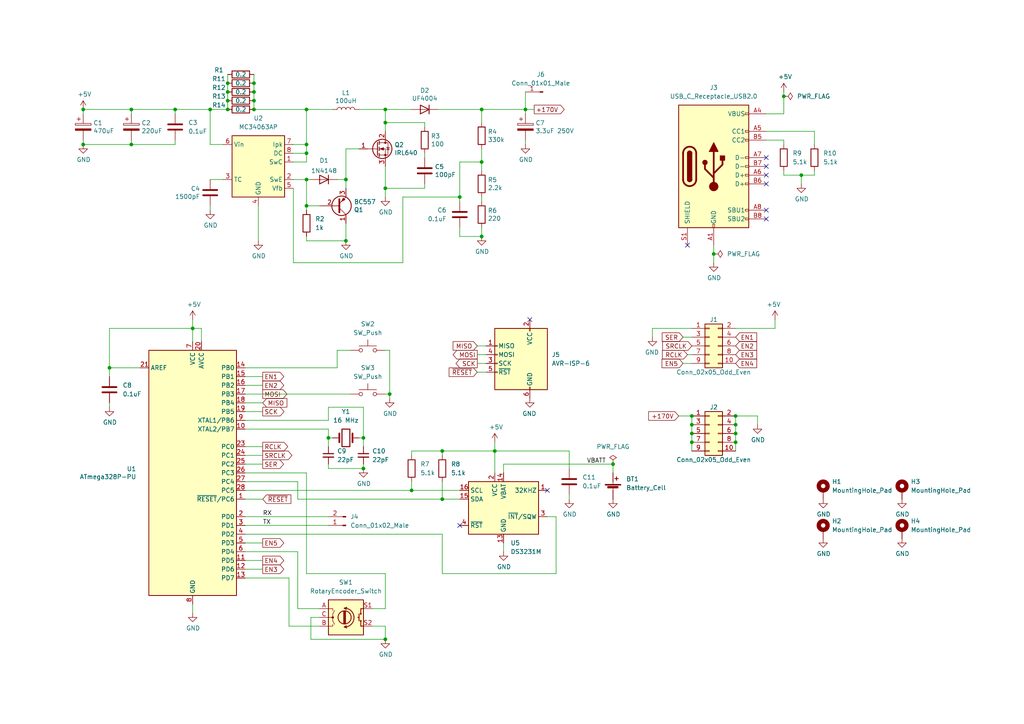
<source format=kicad_sch>
(kicad_sch (version 20211123) (generator eeschema)
  (paper "A4")
  (lib_symbols
    (symbol "Connector:AVR-ISP-6" (pin_names (offset 1.016))
      (property "Reference" "J" (at -6.35 11.43 0))
      (property "Value" "AVR-ISP-6" (at 0 11.43 0))
      (symbol "AVR-ISP-6_1_1"
        (pin passive line (at 10.16 5.08 180) (length 2.54) (name "MISO") (number "1"))
        (pin passive line (at -2.54 12.7 270) (length 2.54) (name "VCC") (number "2"))
        (pin passive line (at 10.16 0 180) (length 2.54) (name "SCK") (number "3"))
        (pin passive line (at 10.16 2.54 180) (length 2.54) (name "MOSI") (number "4"))
        (pin passive line (at 10.16 -2.54 180) (length 2.54) (name "~{RST}") (number "5"))
        (pin passive line (at -2.54 -10.16 90) (length 2.54) (name "GND") (number "6"))
      )
    )
    (symbol "Connector:Conn_01x01_Male" (pin_names (offset 1.016) hide)
      (property "Reference" "J" (at 0 2.54 0))
      (property "Value" "Conn_01x01_Male" (at 0 -2.54 0))
      (symbol "Conn_01x01_Male_1_1"
        (pin passive line (at 5.08 0 180) (length 3.81) (name "Pin_1") (number "1"))
      )
    )
    (symbol "Connector:Conn_01x02_Male" (pin_names (offset 1.016) hide)
      (property "Reference" "J" (at 0 2.54 0))
      (property "Value" "Conn_01x02_Male" (at 0 -5.08 0))
      (symbol "Conn_01x02_Male_1_1"
        (pin passive line (at 5.08 0 180) (length 3.81) (name "Pin_1") (number "1"))
        (pin passive line (at 5.08 -2.54 180) (length 3.81) (name "Pin_2") (number "2"))
      )
    )
    (symbol "Connector:USB_C_Receptacle_USB2.0" (pin_names (offset 1.016))
      (property "Reference" "J" (at -10.16 19.05 0))
      (property "Value" "USB_C_Receptacle_USB2.0" (at 19.05 19.05 0))
      (symbol "USB_C_Receptacle_USB2.0_1_1"
        (pin passive line (at 0 -22.86 90) (length 5.08) (name "GND") (number "A1"))
        (pin passive line (at 0 -22.86 90) (length 5.08) hide (name "GND") (number "A12"))
        (pin passive line (at 15.24 15.24 180) (length 5.08) (name "VBUS") (number "A4"))
        (pin bidirectional line (at 15.24 10.16 180) (length 5.08) (name "CC1") (number "A5"))
        (pin bidirectional line (at 15.24 -2.54 180) (length 5.08) (name "D+") (number "A6"))
        (pin bidirectional line (at 15.24 2.54 180) (length 5.08) (name "D-") (number "A7"))
        (pin bidirectional line (at 15.24 -12.7 180) (length 5.08) (name "SBU1") (number "A8"))
        (pin passive line (at 15.24 15.24 180) (length 5.08) hide (name "VBUS") (number "A9"))
        (pin passive line (at 0 -22.86 90) (length 5.08) hide (name "GND") (number "B1"))
        (pin passive line (at 0 -22.86 90) (length 5.08) hide (name "GND") (number "B12"))
        (pin passive line (at 15.24 15.24 180) (length 5.08) hide (name "VBUS") (number "B4"))
        (pin bidirectional line (at 15.24 7.62 180) (length 5.08) (name "CC2") (number "B5"))
        (pin bidirectional line (at 15.24 -5.08 180) (length 5.08) (name "D+") (number "B6"))
        (pin bidirectional line (at 15.24 0 180) (length 5.08) (name "D-") (number "B7"))
        (pin bidirectional line (at 15.24 -15.24 180) (length 5.08) (name "SBU2") (number "B8"))
        (pin passive line (at 15.24 15.24 180) (length 5.08) hide (name "VBUS") (number "B9"))
        (pin passive line (at -7.62 -22.86 90) (length 5.08) (name "SHIELD") (number "S1"))
      )
    )
    (symbol "Connector_Generic:Conn_02x05_Odd_Even" (pin_names (offset 1.016) hide)
      (property "Reference" "J" (at 1.27 7.62 0))
      (property "Value" "Conn_02x05_Odd_Even" (at 1.27 -7.62 0))
      (symbol "Conn_02x05_Odd_Even_1_1"
        (pin passive line (at -5.08 5.08 0) (length 3.81) (name "Pin_1") (number "1"))
        (pin passive line (at 7.62 -5.08 180) (length 3.81) (name "Pin_10") (number "10"))
        (pin passive line (at 7.62 5.08 180) (length 3.81) (name "Pin_2") (number "2"))
        (pin passive line (at -5.08 2.54 0) (length 3.81) (name "Pin_3") (number "3"))
        (pin passive line (at 7.62 2.54 180) (length 3.81) (name "Pin_4") (number "4"))
        (pin passive line (at -5.08 0 0) (length 3.81) (name "Pin_5") (number "5"))
        (pin passive line (at 7.62 0 180) (length 3.81) (name "Pin_6") (number "6"))
        (pin passive line (at -5.08 -2.54 0) (length 3.81) (name "Pin_7") (number "7"))
        (pin passive line (at 7.62 -2.54 180) (length 3.81) (name "Pin_8") (number "8"))
        (pin passive line (at -5.08 -5.08 0) (length 3.81) (name "Pin_9") (number "9"))
      )
    )
    (symbol "Device:Battery_Cell" (pin_numbers hide) (pin_names (offset 0) hide)
      (property "Reference" "BT" (at 2.54 2.54 0))
      (property "Value" "Battery_Cell" (at 2.54 0 0))
      (symbol "Battery_Cell_1_1"
        (pin passive line (at 0 5.08 270) (length 2.54) (name "+") (number "1"))
        (pin passive line (at 0 -2.54 90) (length 2.54) (name "-") (number "2"))
      )
    )
    (symbol "Device:C" (pin_numbers hide) (pin_names (offset 0.254))
      (property "Reference" "C" (at 0.635 2.54 0))
      (property "Value" "C" (at 0.635 -2.54 0))
      (symbol "C_1_1"
        (pin passive line (at 0 3.81 270) (length 2.794) (name "~") (number "1"))
        (pin passive line (at 0 -3.81 90) (length 2.794) (name "~") (number "2"))
      )
    )
    (symbol "Device:C_Polarized" (pin_numbers hide) (pin_names (offset 0.254))
      (property "Reference" "C" (at 0.635 2.54 0))
      (property "Value" "C_Polarized" (at 0.635 -2.54 0))
      (symbol "C_Polarized_1_1"
        (pin passive line (at 0 3.81 270) (length 2.794) (name "~") (number "1"))
        (pin passive line (at 0 -3.81 90) (length 2.794) (name "~") (number "2"))
      )
    )
    (symbol "Device:C_Small" (pin_numbers hide) (pin_names (offset 0.254) hide)
      (property "Reference" "C" (at 0.254 1.778 0))
      (property "Value" "C_Small" (at 0.254 -2.032 0))
      (symbol "C_Small_1_1"
        (pin passive line (at 0 2.54 270) (length 2.032) (name "~") (number "1"))
        (pin passive line (at 0 -2.54 90) (length 2.032) (name "~") (number "2"))
      )
    )
    (symbol "Device:Crystal" (pin_numbers hide) (pin_names (offset 1.016) hide)
      (property "Reference" "Y" (at 0 3.81 0))
      (property "Value" "Crystal" (at 0 -3.81 0))
      (symbol "Crystal_1_1"
        (pin passive line (at -3.81 0 0) (length 1.27) (name "1") (number "1"))
        (pin passive line (at 3.81 0 180) (length 1.27) (name "2") (number "2"))
      )
    )
    (symbol "Device:L" (pin_numbers hide) (pin_names (offset 1.016) hide)
      (property "Reference" "L" (at -1.27 0 90))
      (property "Value" "L" (at 1.905 0 90))
      (symbol "L_1_1"
        (pin passive line (at 0 3.81 270) (length 1.27) (name "1") (number "1"))
        (pin passive line (at 0 -3.81 90) (length 1.27) (name "2") (number "2"))
      )
    )
    (symbol "Device:R" (pin_numbers hide) (pin_names (offset 0))
      (property "Reference" "R" (at 2.032 0 90))
      (property "Value" "R" (at 0 0 90))
      (symbol "R_1_1"
        (pin passive line (at 0 3.81 270) (length 1.27) (name "~") (number "1"))
        (pin passive line (at 0 -3.81 90) (length 1.27) (name "~") (number "2"))
      )
    )
    (symbol "Device:RotaryEncoder_Switch" (pin_names (offset 0.254) hide)
      (property "Reference" "SW" (at 0 6.604 0))
      (property "Value" "RotaryEncoder_Switch" (at 0 -6.604 0))
      (symbol "RotaryEncoder_Switch_1_1"
        (pin passive line (at -7.62 2.54 0) (length 2.54) (name "A") (number "A"))
        (pin passive line (at -7.62 -2.54 0) (length 2.54) (name "B") (number "B"))
        (pin passive line (at -7.62 0 0) (length 2.54) (name "C") (number "C"))
        (pin passive line (at 7.62 2.54 180) (length 2.54) (name "S1") (number "S1"))
        (pin passive line (at 7.62 -2.54 180) (length 2.54) (name "S2") (number "S2"))
      )
    )
    (symbol "Diode:1N4148" (pin_numbers hide) (pin_names (offset 1.016) hide)
      (property "Reference" "D" (at 0 2.54 0))
      (property "Value" "1N4148" (at 0 -2.54 0))
      (symbol "1N4148_1_1"
        (pin passive line (at -3.81 0 0) (length 2.54) (name "K") (number "1"))
        (pin passive line (at 3.81 0 180) (length 2.54) (name "A") (number "2"))
      )
    )
    (symbol "Diode:UF5404" (pin_numbers hide) (pin_names (offset 1.016) hide)
      (property "Reference" "D" (at 0 2.54 0))
      (property "Value" "UF5404" (at 0 -2.54 0))
      (symbol "UF5404_1_1"
        (pin passive line (at -3.81 0 0) (length 2.54) (name "K") (number "1"))
        (pin passive line (at 3.81 0 180) (length 2.54) (name "A") (number "2"))
      )
    )
    (symbol "MCU_Microchip_ATmega:ATmega328P-P"
      (property "Reference" "U" (at -12.7 36.83 0))
      (property "Value" "ATmega328P-P" (at 2.54 -36.83 0))
      (symbol "ATmega328P-P_1_1"
        (pin bidirectional line (at 15.24 -7.62 180) (length 2.54) (name "~{RESET}/PC6") (number "1"))
        (pin bidirectional line (at 15.24 12.7 180) (length 2.54) (name "XTAL2/PB7") (number "10"))
        (pin bidirectional line (at 15.24 -25.4 180) (length 2.54) (name "PD5") (number "11"))
        (pin bidirectional line (at 15.24 -27.94 180) (length 2.54) (name "PD6") (number "12"))
        (pin bidirectional line (at 15.24 -30.48 180) (length 2.54) (name "PD7") (number "13"))
        (pin bidirectional line (at 15.24 30.48 180) (length 2.54) (name "PB0") (number "14"))
        (pin bidirectional line (at 15.24 27.94 180) (length 2.54) (name "PB1") (number "15"))
        (pin bidirectional line (at 15.24 25.4 180) (length 2.54) (name "PB2") (number "16"))
        (pin bidirectional line (at 15.24 22.86 180) (length 2.54) (name "PB3") (number "17"))
        (pin bidirectional line (at 15.24 20.32 180) (length 2.54) (name "PB4") (number "18"))
        (pin bidirectional line (at 15.24 17.78 180) (length 2.54) (name "PB5") (number "19"))
        (pin bidirectional line (at 15.24 -12.7 180) (length 2.54) (name "PD0") (number "2"))
        (pin power_in line (at 2.54 38.1 270) (length 2.54) (name "AVCC") (number "20"))
        (pin passive line (at -15.24 30.48 0) (length 2.54) (name "AREF") (number "21"))
        (pin passive line (at 0 -38.1 90) (length 2.54) hide (name "GND") (number "22"))
        (pin bidirectional line (at 15.24 7.62 180) (length 2.54) (name "PC0") (number "23"))
        (pin bidirectional line (at 15.24 5.08 180) (length 2.54) (name "PC1") (number "24"))
        (pin bidirectional line (at 15.24 2.54 180) (length 2.54) (name "PC2") (number "25"))
        (pin bidirectional line (at 15.24 0 180) (length 2.54) (name "PC3") (number "26"))
        (pin bidirectional line (at 15.24 -2.54 180) (length 2.54) (name "PC4") (number "27"))
        (pin bidirectional line (at 15.24 -5.08 180) (length 2.54) (name "PC5") (number "28"))
        (pin bidirectional line (at 15.24 -15.24 180) (length 2.54) (name "PD1") (number "3"))
        (pin bidirectional line (at 15.24 -17.78 180) (length 2.54) (name "PD2") (number "4"))
        (pin bidirectional line (at 15.24 -20.32 180) (length 2.54) (name "PD3") (number "5"))
        (pin bidirectional line (at 15.24 -22.86 180) (length 2.54) (name "PD4") (number "6"))
        (pin power_in line (at 0 38.1 270) (length 2.54) (name "VCC") (number "7"))
        (pin power_in line (at 0 -38.1 90) (length 2.54) (name "GND") (number "8"))
        (pin bidirectional line (at 15.24 15.24 180) (length 2.54) (name "XTAL1/PB6") (number "9"))
      )
    )
    (symbol "Mechanical:MountingHole_Pad" (pin_numbers hide) (pin_names (offset 1.016) hide)
      (property "Reference" "H" (at 0 6.35 0))
      (property "Value" "MountingHole_Pad" (at 0 4.445 0))
      (symbol "MountingHole_Pad_1_1"
        (pin input line (at 0 -2.54 90) (length 2.54) (name "1") (number "1"))
      )
    )
    (symbol "Regulator_Switching:MC34063AP"
      (property "Reference" "U" (at -7.62 8.89 0))
      (property "Value" "MC34063AP" (at 0 8.89 0))
      (symbol "MC34063AP_1_1"
        (pin open_collector line (at 10.16 0 180) (length 2.54) (name "SwC") (number "1"))
        (pin open_emitter line (at 10.16 -5.08 180) (length 2.54) (name "SwE") (number "2"))
        (pin passive line (at -10.16 -5.08 0) (length 2.54) (name "TC") (number "3"))
        (pin power_in line (at 0 -12.7 90) (length 2.54) (name "GND") (number "4"))
        (pin input line (at 10.16 -7.62 180) (length 2.54) (name "Vfb") (number "5"))
        (pin power_in line (at -10.16 5.08 0) (length 2.54) (name "Vin") (number "6"))
        (pin input line (at 10.16 5.08 180) (length 2.54) (name "Ipk") (number "7"))
        (pin open_collector line (at 10.16 2.54 180) (length 2.54) (name "DC") (number "8"))
      )
    )
    (symbol "Switch:SW_Push" (pin_numbers hide) (pin_names (offset 1.016) hide)
      (property "Reference" "SW" (at 1.27 2.54 0))
      (property "Value" "SW_Push" (at 0 -1.524 0))
      (symbol "SW_Push_0_1"
        (pin passive line (at -5.08 0 0) (length 2.54) (name "1") (number "1"))
        (pin passive line (at 5.08 0 180) (length 2.54) (name "2") (number "2"))
      )
    )
    (symbol "Timer_RTC:DS3231M"
      (property "Reference" "U" (at -7.62 8.89 0))
      (property "Value" "DS3231M" (at 10.16 8.89 0))
      (symbol "DS3231M_1_1"
        (pin open_collector line (at 12.7 5.08 180) (length 2.54) (name "32KHZ") (number "1"))
        (pin passive line (at 0 -10.16 90) (length 2.54) hide (name "GND") (number "10"))
        (pin passive line (at 0 -10.16 90) (length 2.54) hide (name "GND") (number "11"))
        (pin passive line (at 0 -10.16 90) (length 2.54) hide (name "GND") (number "12"))
        (pin power_in line (at 0 -10.16 90) (length 2.54) (name "GND") (number "13"))
        (pin power_in line (at 0 10.16 270) (length 2.54) (name "VBAT") (number "14"))
        (pin bidirectional line (at -12.7 2.54 0) (length 2.54) (name "SDA") (number "15"))
        (pin input line (at -12.7 5.08 0) (length 2.54) (name "SCL") (number "16"))
        (pin power_in line (at -2.54 10.16 270) (length 2.54) (name "VCC") (number "2"))
        (pin open_collector line (at 12.7 -2.54 180) (length 2.54) (name "~{INT}/SQW") (number "3"))
        (pin bidirectional line (at -12.7 -5.08 0) (length 2.54) (name "~{RST}") (number "4"))
        (pin passive line (at 0 -10.16 90) (length 2.54) hide (name "GND") (number "5"))
        (pin passive line (at 0 -10.16 90) (length 2.54) hide (name "GND") (number "6"))
        (pin passive line (at 0 -10.16 90) (length 2.54) hide (name "GND") (number "7"))
        (pin passive line (at 0 -10.16 90) (length 2.54) hide (name "GND") (number "8"))
        (pin passive line (at 0 -10.16 90) (length 2.54) hide (name "GND") (number "9"))
      )
    )
    (symbol "Transistor_BJT:BC557" (pin_names (offset 0) hide)
      (property "Reference" "Q" (at 5.08 1.905 0))
      (property "Value" "BC557" (at 5.08 0 0))
      (symbol "BC557_1_1"
        (pin passive line (at 2.54 5.08 270) (length 2.54) (name "C") (number "1"))
        (pin input line (at -5.08 0 0) (length 5.715) (name "B") (number "2"))
        (pin passive line (at 2.54 -5.08 90) (length 2.54) (name "E") (number "3"))
      )
    )
    (symbol "Transistor_FET:IRF740" (pin_names hide)
      (property "Reference" "Q" (at 6.35 1.905 0))
      (property "Value" "IRF740" (at 6.35 0 0))
      (symbol "IRF740_1_1"
        (pin input line (at -5.08 0 0) (length 2.54) (name "G") (number "1"))
        (pin passive line (at 2.54 5.08 270) (length 2.54) (name "D") (number "2"))
        (pin passive line (at 2.54 -5.08 90) (length 2.54) (name "S") (number "3"))
      )
    )
    (symbol "power:+5V" (power) (pin_names (offset 0))
      (property "Value" "+5V" (at 0 3.556 0))
      (symbol "+5V_1_1"
        (pin power_in line (at 0 0 90) (length 0) hide (name "+5V") (number "1"))
      )
    )
    (symbol "power:GND" (power) (pin_names (offset 0))
      (property "Value" "GND" (at 0 -3.81 0))
      (symbol "GND_1_1"
        (pin power_in line (at 0 0 270) (length 0) hide (name "GND") (number "1"))
      )
    )
    (symbol "power:PWR_FLAG" (power) (pin_numbers hide) (pin_names (offset 0) hide)
      (property "Value" "PWR_FLAG" (at 0 3.81 0))
      (symbol "PWR_FLAG_0_0"
        (pin power_out line (at 0 0 90) (length 0) (name "pwr") (number "1"))
      )
    )
  )
  (junction (at 200.66 123.19))
  (junction (at 88.9 41.91))
  (junction (at 105.41 135.89))
  (junction (at 31.75 106.68))
  (junction (at 66.04 24.13))
  (junction (at 55.88 95.25))
  (junction (at 133.35 57.15))
  (junction (at 73.66 24.13))
  (junction (at 60.96 31.75))
  (junction (at 213.36 125.73))
  (junction (at 213.36 128.27))
  (junction (at 88.9 44.45))
  (junction (at 105.41 127))
  (junction (at 38.1 41.91))
  (junction (at 73.66 26.67))
  (junction (at 128.27 130.81))
  (junction (at 213.36 120.65))
  (junction (at 73.66 31.75))
  (junction (at 66.04 31.75))
  (junction (at 113.03 114.3))
  (junction (at 111.76 35.56))
  (junction (at 200.66 128.27))
  (junction (at 66.04 26.67))
  (junction (at 139.7 68.58))
  (junction (at 177.8 134.62))
  (junction (at 24.13 31.75))
  (junction (at 88.9 31.75))
  (junction (at 73.66 29.21))
  (junction (at 213.36 123.19))
  (junction (at 88.9 59.69))
  (junction (at 95.25 127))
  (junction (at 24.13 41.91))
  (junction (at 143.51 130.81))
  (junction (at 207.01 73.66))
  (junction (at 200.66 120.65))
  (junction (at 128.27 144.78))
  (junction (at 139.7 46.99))
  (junction (at 100.33 69.85))
  (junction (at 111.76 185.42))
  (junction (at 100.33 52.07))
  (junction (at 50.8 31.75))
  (junction (at 139.7 31.75))
  (junction (at 119.38 142.24))
  (junction (at 66.04 29.21))
  (junction (at 111.76 31.75))
  (junction (at 88.9 52.07))
  (junction (at 111.76 54.61))
  (junction (at 232.41 50.8))
  (junction (at 227.33 27.94))
  (junction (at 38.1 31.75))
  (junction (at 200.66 125.73))
  (junction (at 152.4 31.75))
  (no_connect (at 153.67 92.71))
  (no_connect (at 158.75 142.24))
  (no_connect (at 199.39 71.12))
  (no_connect (at 222.25 53.34))
  (no_connect (at 222.25 50.8))
  (no_connect (at 222.25 60.96))
  (no_connect (at 222.25 48.26))
  (no_connect (at 222.25 45.72))
  (no_connect (at 222.25 63.5))
  (no_connect (at 133.35 152.4))
  (wire (pts (xy 38.1 40.64) (xy 38.1 41.91)))
  (wire (pts (xy 189.23 95.25) (xy 189.23 97.79)))
  (wire (pts (xy 111.76 54.61) (xy 123.19 54.61)))
  (wire (pts (xy 73.66 21.59) (xy 73.66 24.13)))
  (wire (pts (xy 213.36 125.73) (xy 213.36 128.27)))
  (wire (pts (xy 95.25 124.46) (xy 95.25 127)))
  (wire (pts (xy 152.4 40.64) (xy 152.4 41.91)))
  (wire (pts (xy 71.12 114.3) (xy 101.6 114.3)))
  (wire (pts (xy 55.88 95.25) (xy 58.42 95.25)))
  (wire (pts (xy 83.82 181.61) (xy 92.71 181.61)))
  (wire (pts (xy 219.71 120.65) (xy 219.71 123.19)))
  (wire (pts (xy 71.12 165.1) (xy 76.2 165.1)))
  (wire (pts (xy 74.93 59.69) (xy 74.93 69.85)))
  (wire (pts (xy 86.36 176.53) (xy 92.71 176.53)))
  (wire (pts (xy 139.7 57.15) (xy 139.7 58.42)))
  (wire (pts (xy 213.36 95.25) (xy 224.79 95.25)))
  (wire (pts (xy 128.27 154.94) (xy 128.27 166.37)))
  (wire (pts (xy 85.09 76.2) (xy 116.84 76.2)))
  (wire (pts (xy 86.36 144.78) (xy 128.27 144.78)))
  (wire (pts (xy 111.76 166.37) (xy 88.9 166.37)))
  (wire (pts (xy 88.9 137.16) (xy 71.12 137.16)))
  (wire (pts (xy 111.76 31.75) (xy 111.76 35.56)))
  (wire (pts (xy 85.09 54.61) (xy 85.09 76.2)))
  (wire (pts (xy 133.35 66.04) (xy 133.35 68.58)))
  (wire (pts (xy 58.42 95.25) (xy 58.42 99.06)))
  (wire (pts (xy 236.22 38.1) (xy 236.22 41.91)))
  (wire (pts (xy 111.76 101.6) (xy 113.03 101.6)))
  (wire (pts (xy 111.76 48.26) (xy 111.76 54.61)))
  (wire (pts (xy 85.09 52.07) (xy 88.9 52.07)))
  (wire (pts (xy 154.94 31.75) (xy 152.4 31.75)))
  (wire (pts (xy 146.05 137.16) (xy 146.05 134.62)))
  (wire (pts (xy 97.79 52.07) (xy 100.33 52.07)))
  (wire (pts (xy 152.4 26.67) (xy 152.4 31.75)))
  (wire (pts (xy 38.1 41.91) (xy 50.8 41.91)))
  (wire (pts (xy 73.66 29.21) (xy 73.66 31.75)))
  (wire (pts (xy 111.76 35.56) (xy 123.19 35.56)))
  (wire (pts (xy 73.66 31.75) (xy 88.9 31.75)))
  (wire (pts (xy 71.12 111.76) (xy 76.2 111.76)))
  (wire (pts (xy 66.04 24.13) (xy 66.04 26.67)))
  (wire (pts (xy 165.1 130.81) (xy 165.1 135.89)))
  (wire (pts (xy 113.03 114.3) (xy 113.03 101.6)))
  (wire (pts (xy 200.66 120.65) (xy 200.66 123.19)))
  (wire (pts (xy 105.41 127) (xy 105.41 129.54)))
  (wire (pts (xy 133.35 57.15) (xy 133.35 58.42)))
  (wire (pts (xy 227.33 27.94) (xy 227.33 33.02)))
  (wire (pts (xy 90.17 52.07) (xy 88.9 52.07)))
  (wire (pts (xy 133.35 57.15) (xy 133.35 46.99)))
  (wire (pts (xy 113.03 114.3) (xy 111.76 114.3)))
  (wire (pts (xy 123.19 44.45) (xy 123.19 45.72)))
  (wire (pts (xy 88.9 69.85) (xy 100.33 69.85)))
  (wire (pts (xy 199.39 102.87) (xy 200.66 102.87)))
  (wire (pts (xy 165.1 143.51) (xy 165.1 144.78)))
  (wire (pts (xy 66.04 29.21) (xy 66.04 31.75)))
  (wire (pts (xy 83.82 181.61) (xy 83.82 167.64)))
  (wire (pts (xy 152.4 31.75) (xy 152.4 33.02)))
  (wire (pts (xy 105.41 135.89) (xy 105.41 134.62)))
  (wire (pts (xy 90.17 179.07) (xy 90.17 185.42)))
  (wire (pts (xy 146.05 134.62) (xy 177.8 134.62)))
  (wire (pts (xy 207.01 76.2) (xy 207.01 73.66)))
  (wire (pts (xy 227.33 40.64) (xy 227.33 41.91)))
  (wire (pts (xy 113.03 115.57) (xy 113.03 114.3)))
  (wire (pts (xy 31.75 106.68) (xy 31.75 95.25)))
  (wire (pts (xy 105.41 127) (xy 104.14 127)))
  (wire (pts (xy 143.51 130.81) (xy 143.51 137.16)))
  (wire (pts (xy 71.12 149.86) (xy 95.25 149.86)))
  (wire (pts (xy 111.76 166.37) (xy 111.76 176.53)))
  (wire (pts (xy 55.88 95.25) (xy 55.88 99.06)))
  (wire (pts (xy 60.96 41.91) (xy 60.96 31.75)))
  (wire (pts (xy 198.12 97.79) (xy 200.66 97.79)))
  (wire (pts (xy 24.13 41.91) (xy 38.1 41.91)))
  (wire (pts (xy 95.25 135.89) (xy 105.41 135.89)))
  (wire (pts (xy 100.33 43.18) (xy 104.14 43.18)))
  (wire (pts (xy 139.7 31.75) (xy 152.4 31.75)))
  (wire (pts (xy 200.66 123.19) (xy 200.66 125.73)))
  (wire (pts (xy 31.75 109.22) (xy 31.75 106.68)))
  (wire (pts (xy 96.52 127) (xy 95.25 127)))
  (wire (pts (xy 38.1 31.75) (xy 38.1 33.02)))
  (wire (pts (xy 24.13 31.75) (xy 24.13 33.02)))
  (wire (pts (xy 140.97 105.41) (xy 138.43 105.41)))
  (wire (pts (xy 100.33 64.77) (xy 100.33 69.85)))
  (wire (pts (xy 177.8 134.62) (xy 177.8 137.16)))
  (wire (pts (xy 213.36 120.65) (xy 213.36 123.19)))
  (wire (pts (xy 138.43 107.95) (xy 140.97 107.95)))
  (wire (pts (xy 60.96 31.75) (xy 66.04 31.75)))
  (wire (pts (xy 104.14 31.75) (xy 111.76 31.75)))
  (wire (pts (xy 143.51 128.27) (xy 143.51 130.81)))
  (wire (pts (xy 60.96 31.75) (xy 50.8 31.75)))
  (wire (pts (xy 133.35 46.99) (xy 139.7 46.99)))
  (wire (pts (xy 127 31.75) (xy 139.7 31.75)))
  (wire (pts (xy 139.7 66.04) (xy 139.7 68.58)))
  (wire (pts (xy 158.75 149.86) (xy 161.29 149.86)))
  (wire (pts (xy 146.05 157.48) (xy 146.05 160.02)))
  (wire (pts (xy 123.19 54.61) (xy 123.19 53.34)))
  (wire (pts (xy 222.25 38.1) (xy 236.22 38.1)))
  (wire (pts (xy 198.12 105.41) (xy 200.66 105.41)))
  (wire (pts (xy 71.12 109.22) (xy 76.2 109.22)))
  (wire (pts (xy 85.09 44.45) (xy 88.9 44.45)))
  (wire (pts (xy 128.27 130.81) (xy 128.27 132.08)))
  (wire (pts (xy 119.38 130.81) (xy 128.27 130.81)))
  (wire (pts (xy 119.38 139.7) (xy 119.38 142.24)))
  (wire (pts (xy 31.75 116.84) (xy 31.75 118.11)))
  (wire (pts (xy 55.88 92.71) (xy 55.88 95.25)))
  (wire (pts (xy 92.71 179.07) (xy 90.17 179.07)))
  (wire (pts (xy 86.36 160.02) (xy 86.36 176.53)))
  (wire (pts (xy 227.33 26.67) (xy 227.33 27.94)))
  (wire (pts (xy 139.7 46.99) (xy 139.7 49.53)))
  (wire (pts (xy 73.66 26.67) (xy 73.66 29.21)))
  (wire (pts (xy 83.82 167.64) (xy 71.12 167.64)))
  (wire (pts (xy 71.12 154.94) (xy 128.27 154.94)))
  (wire (pts (xy 38.1 31.75) (xy 24.13 31.75)))
  (wire (pts (xy 128.27 166.37) (xy 161.29 166.37)))
  (wire (pts (xy 88.9 44.45) (xy 88.9 41.91)))
  (wire (pts (xy 107.95 181.61) (xy 111.76 181.61)))
  (wire (pts (xy 139.7 43.18) (xy 139.7 46.99)))
  (wire (pts (xy 86.36 139.7) (xy 86.36 144.78)))
  (wire (pts (xy 71.12 119.38) (xy 76.2 119.38)))
  (wire (pts (xy 71.12 121.92) (xy 95.25 121.92)))
  (wire (pts (xy 213.36 123.19) (xy 213.36 125.73)))
  (wire (pts (xy 200.66 128.27) (xy 200.66 130.81)))
  (wire (pts (xy 116.84 57.15) (xy 116.84 76.2)))
  (wire (pts (xy 161.29 149.86) (xy 161.29 166.37)))
  (wire (pts (xy 200.66 125.73) (xy 200.66 128.27)))
  (wire (pts (xy 60.96 59.69) (xy 60.96 60.96)))
  (wire (pts (xy 88.9 41.91) (xy 88.9 31.75)))
  (wire (pts (xy 88.9 69.85) (xy 88.9 68.58)))
  (wire (pts (xy 196.85 120.65) (xy 200.66 120.65)))
  (wire (pts (xy 128.27 130.81) (xy 143.51 130.81)))
  (wire (pts (xy 71.12 106.68) (xy 97.79 106.68)))
  (wire (pts (xy 71.12 152.4) (xy 95.25 152.4)))
  (wire (pts (xy 139.7 31.75) (xy 139.7 35.56)))
  (wire (pts (xy 85.09 46.99) (xy 88.9 46.99)))
  (wire (pts (xy 227.33 50.8) (xy 232.41 50.8)))
  (wire (pts (xy 71.12 132.08) (xy 76.2 132.08)))
  (wire (pts (xy 71.12 116.84) (xy 76.2 116.84)))
  (wire (pts (xy 71.12 139.7) (xy 86.36 139.7)))
  (wire (pts (xy 97.79 101.6) (xy 101.6 101.6)))
  (wire (pts (xy 222.25 40.64) (xy 227.33 40.64)))
  (wire (pts (xy 73.66 24.13) (xy 73.66 26.67)))
  (wire (pts (xy 111.76 54.61) (xy 111.76 57.15)))
  (wire (pts (xy 111.76 176.53) (xy 107.95 176.53)))
  (wire (pts (xy 88.9 46.99) (xy 88.9 44.45)))
  (wire (pts (xy 227.33 49.53) (xy 227.33 50.8)))
  (wire (pts (xy 90.17 185.42) (xy 111.76 185.42)))
  (wire (pts (xy 111.76 31.75) (xy 119.38 31.75)))
  (wire (pts (xy 88.9 52.07) (xy 88.9 59.69)))
  (wire (pts (xy 128.27 144.78) (xy 133.35 144.78)))
  (wire (pts (xy 60.96 41.91) (xy 64.77 41.91)))
  (wire (pts (xy 88.9 31.75) (xy 96.52 31.75)))
  (wire (pts (xy 200.66 95.25) (xy 189.23 95.25)))
  (wire (pts (xy 88.9 59.69) (xy 88.9 60.96)))
  (wire (pts (xy 119.38 142.24) (xy 133.35 142.24)))
  (wire (pts (xy 213.36 120.65) (xy 219.71 120.65)))
  (wire (pts (xy 71.12 124.46) (xy 95.25 124.46)))
  (wire (pts (xy 31.75 95.25) (xy 55.88 95.25)))
  (wire (pts (xy 207.01 73.66) (xy 207.01 71.12)))
  (wire (pts (xy 111.76 181.61) (xy 111.76 185.42)))
  (wire (pts (xy 119.38 132.08) (xy 119.38 130.81)))
  (wire (pts (xy 232.41 50.8) (xy 236.22 50.8)))
  (wire (pts (xy 95.25 121.92) (xy 95.25 118.11)))
  (wire (pts (xy 71.12 142.24) (xy 119.38 142.24)))
  (wire (pts (xy 143.51 130.81) (xy 165.1 130.81)))
  (wire (pts (xy 71.12 134.62) (xy 76.2 134.62)))
  (wire (pts (xy 88.9 59.69) (xy 92.71 59.69)))
  (wire (pts (xy 133.35 68.58) (xy 139.7 68.58)))
  (wire (pts (xy 24.13 40.64) (xy 24.13 41.91)))
  (wire (pts (xy 111.76 35.56) (xy 111.76 38.1)))
  (wire (pts (xy 88.9 166.37) (xy 88.9 137.16)))
  (wire (pts (xy 66.04 21.59) (xy 66.04 24.13)))
  (wire (pts (xy 97.79 106.68) (xy 97.79 101.6)))
  (wire (pts (xy 95.25 129.54) (xy 95.25 127)))
  (wire (pts (xy 105.41 118.11) (xy 105.41 127)))
  (wire (pts (xy 85.09 41.91) (xy 88.9 41.91)))
  (wire (pts (xy 50.8 31.75) (xy 38.1 31.75)))
  (wire (pts (xy 55.88 175.26) (xy 55.88 177.8)))
  (wire (pts (xy 138.43 102.87) (xy 140.97 102.87)))
  (wire (pts (xy 116.84 57.15) (xy 133.35 57.15)))
  (wire (pts (xy 71.12 129.54) (xy 76.2 129.54)))
  (wire (pts (xy 100.33 54.61) (xy 100.33 52.07)))
  (wire (pts (xy 95.25 118.11) (xy 105.41 118.11)))
  (wire (pts (xy 123.19 35.56) (xy 123.19 36.83)))
  (wire (pts (xy 232.41 53.34) (xy 232.41 50.8)))
  (wire (pts (xy 213.36 128.27) (xy 213.36 130.81)))
  (wire (pts (xy 95.25 134.62) (xy 95.25 135.89)))
  (wire (pts (xy 224.79 92.71) (xy 224.79 95.25)))
  (wire (pts (xy 236.22 49.53) (xy 236.22 50.8)))
  (wire (pts (xy 50.8 31.75) (xy 50.8 33.02)))
  (wire (pts (xy 100.33 52.07) (xy 100.33 43.18)))
  (wire (pts (xy 31.75 106.68) (xy 40.64 106.68)))
  (wire (pts (xy 50.8 40.64) (xy 50.8 41.91)))
  (wire (pts (xy 66.04 26.67) (xy 66.04 29.21)))
  (wire (pts (xy 71.12 160.02) (xy 86.36 160.02)))
  (wire (pts (xy 71.12 157.48) (xy 76.2 157.48)))
  (wire (pts (xy 60.96 52.07) (xy 64.77 52.07)))
  (wire (pts (xy 138.43 100.33) (xy 140.97 100.33)))
  (wire (pts (xy 71.12 144.78) (xy 76.2 144.78)))
  (wire (pts (xy 128.27 139.7) (xy 128.27 144.78)))
  (wire (pts (xy 222.25 33.02) (xy 227.33 33.02)))
  (wire (pts (xy 71.12 162.56) (xy 76.2 162.56)))
  (label "TX" (at 76.2 152.4 0))
  (label "VBATT" (at 170.18 134.62 0))
  (label "RX" (at 76.2 149.86 0))
  (global_label "MOSI" (shape output) (at 138.43 102.87 180) (property "Intersheet References" "${INTERSHEET_REFS}" (effects hide)))
  (global_label "EN4" (shape input) (at 213.36 105.41 0) (property "Intersheet References" "${INTERSHEET_REFS}" (effects hide)))
  (global_label "SRCLK" (shape output) (at 76.2 132.08 0) (property "Intersheet References" "${INTERSHEET_REFS}" (effects hide)))
  (global_label "~{RESET}" (shape input) (at 138.43 107.95 180) (property "Intersheet References" "${INTERSHEET_REFS}" (effects hide)))
  (global_label "MISO" (shape input) (at 76.2 116.84 0) (property "Intersheet References" "${INTERSHEET_REFS}" (effects hide)))
  (global_label "EN4" (shape output) (at 76.2 162.56 0) (property "Intersheet References" "${INTERSHEET_REFS}" (effects hide)))
  (global_label "+170V" (shape output) (at 154.94 31.75 0) (property "Intersheet References" "${INTERSHEET_REFS}" (effects hide)))
  (global_label "SER" (shape input) (at 198.12 97.79 180) (property "Intersheet References" "${INTERSHEET_REFS}" (effects hide)))
  (global_label "EN5" (shape input) (at 198.12 105.41 180) (property "Intersheet References" "${INTERSHEET_REFS}" (effects hide)))
  (global_label "~{RESET}" (shape input) (at 76.2 144.78 0) (property "Intersheet References" "${INTERSHEET_REFS}" (effects hide)))
  (global_label "+170V" (shape input) (at 196.85 120.65 180) (property "Intersheet References" "${INTERSHEET_REFS}" (effects hide)))
  (global_label "EN1" (shape input) (at 213.36 97.79 0) (property "Intersheet References" "${INTERSHEET_REFS}" (effects hide)))
  (global_label "EN5" (shape output) (at 76.2 157.48 0) (property "Intersheet References" "${INTERSHEET_REFS}" (effects hide)))
  (global_label "RCLK" (shape output) (at 76.2 129.54 0) (property "Intersheet References" "${INTERSHEET_REFS}" (effects hide)))
  (global_label "SCK" (shape output) (at 138.43 105.41 180) (property "Intersheet References" "${INTERSHEET_REFS}" (effects hide)))
  (global_label "MOSI" (shape output) (at 76.2 114.3 0) (property "Intersheet References" "${INTERSHEET_REFS}" (effects hide)))
  (global_label "EN2" (shape input) (at 213.36 100.33 0) (property "Intersheet References" "${INTERSHEET_REFS}" (effects hide)))
  (global_label "EN3" (shape output) (at 76.2 165.1 0) (property "Intersheet References" "${INTERSHEET_REFS}" (effects hide)))
  (global_label "SER" (shape output) (at 76.2 134.62 0) (property "Intersheet References" "${INTERSHEET_REFS}" (effects hide)))
  (global_label "EN2" (shape output) (at 76.2 111.76 0) (property "Intersheet References" "${INTERSHEET_REFS}" (effects hide)))
  (global_label "RCLK" (shape input) (at 199.39 102.87 180) (property "Intersheet References" "${INTERSHEET_REFS}" (effects hide)))
  (global_label "SCK" (shape output) (at 76.2 119.38 0) (property "Intersheet References" "${INTERSHEET_REFS}" (effects hide)))
  (global_label "SRCLK" (shape input) (at 200.66 100.33 180) (property "Intersheet References" "${INTERSHEET_REFS}" (effects hide)))
  (global_label "MISO" (shape input) (at 138.43 100.33 180) (property "Intersheet References" "${INTERSHEET_REFS}" (effects hide)))
  (global_label "EN1" (shape output) (at 76.2 109.22 0) (property "Intersheet References" "${INTERSHEET_REFS}" (effects hide)))
  (global_label "EN3" (shape input) (at 213.36 102.87 0) (property "Intersheet References" "${INTERSHEET_REFS}" (effects hide)))
  (symbol (lib_id "Device:R") (at 139.7 39.37 0) (unit 1)
    (property "Reference" "R4" (at 141.478 38.2016 0) (effects (justify left)))
    (property "Value" "330k" (at 141.478 40.513 0) (effects (justify left)))
    (property "Footprint" "Resistor_THT:R_Axial_DIN0207_L6.3mm_D2.5mm_P7.62mm_Horizontal" (effects hide))
  )
  (symbol (lib_id "Device:R") (at 139.7 62.23 0) (unit 1)
    (property "Reference" "R6" (at 141.478 61.0616 0) (effects (justify left)))
    (property "Value" "220" (at 141.478 63.373 0) (effects (justify left)))
    (property "Footprint" "Resistor_THT:R_Axial_DIN0207_L6.3mm_D2.5mm_P7.62mm_Horizontal" (effects hide))
  )
  (symbol (lib_id "power:GND") (at 139.7 68.58 0) (unit 1)
    (property "Reference" "#PWR012" (effects hide))
    (property "Value" "GND" (at 139.827 72.9742 0))
  )
  (symbol (lib_id "Device:R") (at 139.7 53.34 0) (unit 1)
    (property "Reference" "R5" (at 141.478 52.1716 0) (effects (justify left)))
    (property "Value" "2.2k" (at 141.478 54.483 0) (effects (justify left)))
    (property "Footprint" "Resistor_THT:R_Axial_DIN0207_L6.3mm_D2.5mm_P7.62mm_Horizontal" (effects hide))
  )
  (symbol (lib_id "Device:C_Polarized") (at 152.4 36.83 0) (unit 1)
    (property "Reference" "C7" (at 155.321 35.6616 0) (effects (justify left)))
    (property "Value" "3.3uF 250V" (at 155.321 37.973 0) (effects (justify left)))
    (property "Footprint" "Capacitor_THT:CP_Radial_D8.0mm_P3.80mm" (effects hide))
  )
  (symbol (lib_id "power:GND") (at 152.4 41.91 0) (unit 1)
    (property "Reference" "#PWR013" (effects hide))
    (property "Value" "GND" (at 152.527 46.3042 0))
  )
  (symbol (lib_id "power:GND") (at 111.76 57.15 0) (unit 1)
    (property "Reference" "#PWR010" (effects hide))
    (property "Value" "GND" (at 111.887 61.5442 0))
  )
  (symbol (lib_id "Device:R") (at 123.19 40.64 0) (unit 1)
    (property "Reference" "R3" (at 124.968 39.4716 0) (effects (justify left)))
    (property "Value" "100" (at 124.968 41.783 0) (effects (justify left)))
    (property "Footprint" "Resistor_THT:R_Axial_DIN0207_L6.3mm_D2.5mm_P7.62mm_Horizontal" (effects hide))
  )
  (symbol (lib_id "Device:C") (at 123.19 49.53 0) (unit 1)
    (property "Reference" "C5" (at 126.111 48.3616 0) (effects (justify left)))
    (property "Value" "100pF" (at 126.111 50.673 0) (effects (justify left)))
    (property "Footprint" "Capacitor_THT:C_Disc_D7.0mm_W2.5mm_P5.00mm" (effects hide))
  )
  (symbol (lib_id "power:GND") (at 100.33 69.85 0) (unit 1)
    (property "Reference" "#PWR09" (effects hide))
    (property "Value" "GND" (at 100.457 74.2442 0))
  )
  (symbol (lib_id "Device:C") (at 60.96 55.88 0) (mirror y) (unit 1)
    (property "Reference" "C4" (at 58.039 54.7116 0) (effects (justify left)))
    (property "Value" "1500pF" (at 58.039 57.023 0) (effects (justify left)))
    (property "Footprint" "Capacitor_THT:C_Disc_D7.0mm_W2.5mm_P5.00mm" (effects hide))
  )
  (symbol (lib_id "Diode:UF5404") (at 123.19 31.75 180) (unit 1)
    (property "Reference" "D2" (at 123.19 26.2382 0))
    (property "Value" "UF4004" (at 123.19 28.5496 0))
    (property "Footprint" "Diode_THT:D_DO-41_SOD81_P10.16mm_Horizontal" (effects hide))
    (property "Datasheet" "http://www.vishay.com/docs/88756/uf5400.pdf" (effects hide))
  )
  (symbol (lib_id "Device:L") (at 100.33 31.75 90) (unit 1)
    (property "Reference" "L1" (at 100.33 26.924 90))
    (property "Value" "100uH" (at 100.33 29.2354 90))
    (property "Footprint" "Inductor_THT:L_Radial_D9.5mm_P5.00mm_Fastron_07HVP" (effects hide))
  )
  (symbol (lib_id "Transistor_FET:IRF740") (at 109.22 43.18 0) (unit 1)
    (property "Reference" "Q2" (at 114.4016 42.0116 0) (effects (justify left)))
    (property "Value" "IRL640" (at 114.4016 44.323 0) (effects (justify left)))
    (property "Footprint" "Package_TO_SOT_THT:TO-220-3_Horizontal_TabDown" (effects hide))
    (property "Datasheet" "http://www.vishay.com/docs/91054/91054.pdf" (effects hide))
  )
  (symbol (lib_id "power:GND") (at 60.96 60.96 0) (unit 1)
    (property "Reference" "#PWR03" (effects hide))
    (property "Value" "GND" (at 61.087 65.3542 0))
  )
  (symbol (lib_id "Transistor_BJT:BC557") (at 97.79 59.69 0) (mirror x) (unit 1)
    (property "Reference" "Q1" (at 102.6414 60.8584 0) (effects (justify left)))
    (property "Value" "BC557" (at 102.6414 58.547 0) (effects (justify left)))
    (property "Footprint" "Package_TO_SOT_THT:TO-92_Inline" (effects hide))
    (property "Datasheet" "https://www.onsemi.com/pub/Collateral/BC556BTA-D.pdf" (effects hide))
  )
  (symbol (lib_id "power:GND") (at 74.93 69.85 0) (unit 1)
    (property "Reference" "#PWR04" (effects hide))
    (property "Value" "GND" (at 75.057 74.2442 0))
  )
  (symbol (lib_id "power:GND") (at 24.13 41.91 0) (unit 1)
    (property "Reference" "#PWR02" (effects hide))
    (property "Value" "GND" (at 24.257 46.3042 0))
  )
  (symbol (lib_id "Device:C_Polarized") (at 24.13 36.83 0) (unit 1)
    (property "Reference" "C1" (at 27.051 35.6616 0) (effects (justify left)))
    (property "Value" "470uF" (at 27.051 37.973 0) (effects (justify left)))
    (property "Footprint" "Capacitor_THT:CP_Radial_D10.0mm_P7.50mm" (effects hide))
  )
  (symbol (lib_id "power:+5V") (at 24.13 31.75 0) (unit 1)
    (property "Reference" "#PWR01" (effects hide))
    (property "Value" "+5V" (at 24.511 27.3558 0))
  )
  (symbol (lib_id "MCU_Microchip_ATmega:ATmega328P-P") (at 55.88 137.16 0) (unit 1)
    (property "Reference" "U1" (at 39.5224 135.9916 0) (effects (justify right)))
    (property "Value" "ATmega328P-PU" (at 39.5224 138.303 0) (effects (justify right)))
    (property "Footprint" "Package_DIP:DIP-28_W7.62mm" (effects hide))
    (property "Datasheet" "http://ww1.microchip.com/downloads/en/DeviceDoc/ATmega328_P%20AVR%20MCU%20with%20picoPower%20Technology%20Data%20Sheet%2040001984A.pdf" (effects hide))
  )
  (symbol (lib_id "Device:R") (at 236.22 45.72 180) (unit 1)
    (property "Reference" "R10" (at 238.76 44.4499 0) (effects (justify right)))
    (property "Value" "5.1k" (at 238.76 46.9899 0) (effects (justify right)))
    (property "Footprint" "Resistor_THT:R_Axial_DIN0207_L6.3mm_D2.5mm_P7.62mm_Horizontal" (effects hide))
  )
  (symbol (lib_id "power:GND") (at 146.05 160.02 0) (unit 1)
    (property "Reference" "#PWR0103" (effects hide))
    (property "Value" "GND" (at 146.177 164.4142 0))
  )
  (symbol (lib_id "power:GND") (at 165.1 144.78 0) (unit 1)
    (property "Reference" "#PWR05" (effects hide))
    (property "Value" "GND" (at 165.227 149.1742 0))
  )
  (symbol (lib_id "Device:Battery_Cell") (at 177.8 142.24 0) (unit 1)
    (property "Reference" "BT1" (at 181.61 138.9379 0) (effects (justify left)))
    (property "Value" "Battery_Cell" (at 181.61 141.4779 0) (effects (justify left)))
    (property "Footprint" "Battery:BatteryHolder_Keystone_1058_1x2032" (effects hide))
  )
  (symbol (lib_id "power:GND") (at 207.01 76.2 0) (unit 1)
    (property "Reference" "#PWR0105" (effects hide))
    (property "Value" "GND" (at 207.137 80.5942 0))
  )
  (symbol (lib_id "Device:C_Small") (at 105.41 132.08 0) (unit 1)
    (property "Reference" "C10" (at 107.95 130.8162 0) (effects (justify left)))
    (property "Value" "22pF" (at 107.95 133.3562 0) (effects (justify left)))
    (property "Footprint" "Capacitor_THT:C_Disc_D3.8mm_W2.6mm_P2.50mm" (effects hide))
  )
  (symbol (lib_id "Mechanical:MountingHole_Pad") (at 238.76 142.24 0) (unit 1)
    (property "Reference" "H1" (at 241.3 139.6999 0) (effects (justify left)))
    (property "Value" "MountingHole_Pad" (at 241.3 142.2399 0) (effects (justify left)))
    (property "Footprint" "MountingHole:MountingHole_2.2mm_M2_Pad" (effects hide))
  )
  (symbol (lib_id "Device:RotaryEncoder_Switch") (at 100.33 179.07 0) (unit 1)
    (property "Reference" "SW1" (at 100.33 168.91 0))
    (property "Value" "RotaryEncoder_Switch" (at 100.33 171.45 0))
    (property "Footprint" "Rotary_Encoder:RotaryEncoder_Alps_EC11E-Switch_Vertical_H20mm" (effects hide))
  )
  (symbol (lib_id "power:GND") (at 111.76 185.42 0) (unit 1)
    (property "Reference" "#PWR0114" (effects hide))
    (property "Value" "GND" (at 111.887 189.8142 0))
  )
  (symbol (lib_id "Device:C_Polarized") (at 38.1 36.83 0) (unit 1)
    (property "Reference" "C2" (at 41.021 35.6616 0) (effects (justify left)))
    (property "Value" "220uF" (at 41.021 37.973 0) (effects (justify left)))
    (property "Footprint" "Capacitor_THT:CP_Radial_D10.0mm_P7.50mm" (effects hide))
  )
  (symbol (lib_id "Device:R") (at 119.38 135.89 180) (unit 1)
    (property "Reference" "R7" (at 121.92 134.6199 0) (effects (justify right)))
    (property "Value" "5.1k" (at 121.92 137.1599 0) (effects (justify right)))
    (property "Footprint" "Resistor_THT:R_Axial_DIN0207_L6.3mm_D2.5mm_P7.62mm_Horizontal" (effects hide))
  )
  (symbol (lib_id "Regulator_Switching:MC34063AP") (at 74.93 46.99 0) (unit 1)
    (property "Reference" "U2" (at 74.93 34.29 0))
    (property "Value" "MC34063AP" (at 74.93 36.83 0))
    (property "Footprint" "Package_DIP:DIP-8_W7.62mm" (effects hide))
    (property "Datasheet" "http://www.onsemi.com/pub_link/Collateral/MC34063A-D.PDF" (effects hide))
  )
  (symbol (lib_id "Device:Crystal") (at 100.33 127 0) (unit 1)
    (property "Reference" "Y1" (at 100.33 119.38 0))
    (property "Value" "16 MHz" (at 100.33 121.92 0))
    (property "Footprint" "Crystal:Crystal_HC49-U_Vertical" (effects hide))
  )
  (symbol (lib_id "power:GND") (at 238.76 144.78 0) (unit 1)
    (property "Reference" "#PWR016" (effects hide))
    (property "Value" "GND" (at 238.887 149.1742 0))
  )
  (symbol (lib_id "power:GND") (at 177.8 144.78 0) (unit 1)
    (property "Reference" "#PWR0102" (effects hide))
    (property "Value" "GND" (at 177.927 149.1742 0))
  )
  (symbol (lib_id "Device:C") (at 50.8 36.83 0) (unit 1)
    (property "Reference" "C3" (at 54.61 35.5599 0) (effects (justify left)))
    (property "Value" "0.1uF" (at 54.61 38.0999 0) (effects (justify left)))
    (property "Footprint" "Capacitor_THT:C_Disc_D3.0mm_W1.6mm_P2.50mm" (effects hide))
  )
  (symbol (lib_id "Device:R") (at 69.85 26.67 90) (unit 1)
    (property "Reference" "R12" (at 63.5 25.4 90))
    (property "Value" "0.2" (at 69.85 26.67 90))
    (property "Footprint" "Resistor_THT:R_Axial_DIN0207_L6.3mm_D2.5mm_P7.62mm_Horizontal" (effects hide))
  )
  (symbol (lib_id "Device:R") (at 69.85 31.75 90) (unit 1)
    (property "Reference" "R14" (at 63.5 30.48 90))
    (property "Value" "0.2" (at 69.85 31.75 90))
    (property "Footprint" "Resistor_THT:R_Axial_DIN0207_L6.3mm_D2.5mm_P7.62mm_Horizontal" (effects hide))
  )
  (symbol (lib_id "power:GND") (at 238.76 156.21 0) (unit 1)
    (property "Reference" "#PWR017" (effects hide))
    (property "Value" "GND" (at 238.887 160.6042 0))
  )
  (symbol (lib_id "Device:R") (at 69.85 29.21 90) (unit 1)
    (property "Reference" "R13" (at 63.5 27.94 90))
    (property "Value" "0.2" (at 69.85 29.21 90))
    (property "Footprint" "Resistor_THT:R_Axial_DIN0207_L6.3mm_D2.5mm_P7.62mm_Horizontal" (effects hide))
  )
  (symbol (lib_id "power:GND") (at 113.03 115.57 0) (unit 1)
    (property "Reference" "#PWR0113" (effects hide))
    (property "Value" "GND" (at 113.157 119.9642 0))
  )
  (symbol (lib_id "Device:R") (at 69.85 21.59 90) (unit 1)
    (property "Reference" "R1" (at 63.5 20.32 90))
    (property "Value" "0.2" (at 69.85 21.59 90))
    (property "Footprint" "Resistor_THT:R_Axial_DIN0207_L6.3mm_D2.5mm_P7.62mm_Horizontal" (effects hide))
  )
  (symbol (lib_id "Mechanical:MountingHole_Pad") (at 238.76 153.67 0) (unit 1)
    (property "Reference" "H2" (at 241.3 151.1299 0) (effects (justify left)))
    (property "Value" "MountingHole_Pad" (at 241.3 153.6699 0) (effects (justify left)))
    (property "Footprint" "MountingHole:MountingHole_2.2mm_M2_Pad" (effects hide))
  )
  (symbol (lib_id "Device:C_Small") (at 95.25 132.08 0) (unit 1)
    (property "Reference" "C9" (at 97.79 130.8162 0) (effects (justify left)))
    (property "Value" "22pF" (at 97.79 133.3562 0) (effects (justify left)))
    (property "Footprint" "Capacitor_THT:C_Disc_D3.8mm_W2.6mm_P2.50mm" (effects hide))
  )
  (symbol (lib_id "Device:R") (at 88.9 64.77 0) (unit 1)
    (property "Reference" "R2" (at 91.44 63.4999 0) (effects (justify left)))
    (property "Value" "1k" (at 91.44 66.0399 0) (effects (justify left)))
    (property "Footprint" "Resistor_THT:R_Axial_DIN0207_L6.3mm_D2.5mm_P7.62mm_Horizontal" (effects hide))
  )
  (symbol (lib_id "power:GND") (at 219.71 123.19 0) (unit 1)
    (property "Reference" "#PWR014" (effects hide))
    (property "Value" "GND" (at 219.837 127.5842 0))
  )
  (symbol (lib_id "power:PWR_FLAG") (at 177.8 134.62 0) (unit 1)
    (property "Reference" "#FLG0103" (effects hide))
    (property "Value" "PWR_FLAG" (at 177.8 129.54 0))
  )
  (symbol (lib_id "Diode:1N4148") (at 93.98 52.07 180) (unit 1)
    (property "Reference" "D1" (at 93.98 46.5582 0))
    (property "Value" "1N4148" (at 93.98 49.53 0))
    (property "Footprint" "Diode_THT:D_DO-35_SOD27_P7.62mm_Horizontal" (effects hide))
    (property "Datasheet" "https://assets.nexperia.com/documents/data-sheet/1N4148_1N4448.pdf" (effects hide))
  )
  (symbol (lib_id "power:GND") (at 261.62 144.78 0) (unit 1)
    (property "Reference" "#PWR018" (effects hide))
    (property "Value" "GND" (at 261.747 149.1742 0))
  )
  (symbol (lib_id "Device:R") (at 128.27 135.89 180) (unit 1)
    (property "Reference" "R8" (at 130.81 134.6199 0) (effects (justify right)))
    (property "Value" "5.1k" (at 130.81 137.1599 0) (effects (justify right)))
    (property "Footprint" "Resistor_THT:R_Axial_DIN0207_L6.3mm_D2.5mm_P7.62mm_Horizontal" (effects hide))
  )
  (symbol (lib_id "Device:R") (at 69.85 24.13 90) (unit 1)
    (property "Reference" "R11" (at 63.5 22.86 90))
    (property "Value" "0.2" (at 69.85 24.13 90))
    (property "Footprint" "Resistor_THT:R_Axial_DIN0207_L6.3mm_D2.5mm_P7.62mm_Horizontal" (effects hide))
  )
  (symbol (lib_id "power:GND") (at 189.23 97.79 0) (mirror y) (unit 1)
    (property "Reference" "#PWR011" (effects hide))
    (property "Value" "GND" (at 189.103 102.1842 0))
  )
  (symbol (lib_id "power:+5V") (at 227.33 26.67 0) (unit 1)
    (property "Reference" "#PWR0106" (effects hide))
    (property "Value" "+5V" (at 227.711 22.2758 0))
  )
  (symbol (lib_id "power:+5V") (at 224.79 92.71 0) (mirror y) (unit 1)
    (property "Reference" "#PWR015" (effects hide))
    (property "Value" "+5V" (at 224.409 88.3158 0))
  )
  (symbol (lib_id "Connector:Conn_01x01_Male") (at 157.48 26.67 180) (unit 1)
    (property "Reference" "J6" (at 156.845 21.59 0))
    (property "Value" "Conn_01x01_Male" (at 156.845 24.13 0))
    (property "Footprint" "Connector_PinSocket_2.54mm:PinSocket_1x01_P2.54mm_Vertical" (effects hide))
  )
  (symbol (lib_id "power:PWR_FLAG") (at 227.33 27.94 270) (unit 1)
    (property "Reference" "#FLG0102" (effects hide))
    (property "Value" "PWR_FLAG" (at 231.14 27.9399 90) (effects (justify left)))
  )
  (symbol (lib_id "Mechanical:MountingHole_Pad") (at 261.62 142.24 0) (unit 1)
    (property "Reference" "H3" (at 264.16 139.6999 0) (effects (justify left)))
    (property "Value" "MountingHole_Pad" (at 264.16 142.2399 0) (effects (justify left)))
    (property "Footprint" "MountingHole:MountingHole_2.2mm_M2_Pad" (effects hide))
  )
  (symbol (lib_id "Connector_Generic:Conn_02x05_Odd_Even") (at 205.74 125.73 0) (unit 1)
    (property "Reference" "J2" (at 207.01 118.11 0))
    (property "Value" "Conn_02x05_Odd_Even" (at 207.01 133.35 0))
    (property "Footprint" "Connector_PinSocket_2.54mm:PinSocket_2x05_P2.54mm_Vertical" (effects hide))
  )
  (symbol (lib_id "power:PWR_FLAG") (at 207.01 73.66 270) (unit 1)
    (property "Reference" "#FLG0101" (effects hide))
    (property "Value" "PWR_FLAG" (at 210.82 73.6599 90) (effects (justify left)))
  )
  (symbol (lib_id "Device:C") (at 165.1 139.7 0) (unit 1)
    (property "Reference" "C11" (at 168.91 138.4299 0) (effects (justify left)))
    (property "Value" "0.1uF" (at 168.91 140.9699 0) (effects (justify left)))
    (property "Footprint" "Capacitor_THT:C_Disc_D3.0mm_W1.6mm_P2.50mm" (effects hide))
  )
  (symbol (lib_id "power:GND") (at 261.62 156.21 0) (unit 1)
    (property "Reference" "#PWR019" (effects hide))
    (property "Value" "GND" (at 261.747 160.6042 0))
  )
  (symbol (lib_id "power:GND") (at 55.88 177.8 0) (unit 1)
    (property "Reference" "#PWR0110" (effects hide))
    (property "Value" "GND" (at 56.007 182.1942 0))
  )
  (symbol (lib_id "Device:R") (at 227.33 45.72 180) (unit 1)
    (property "Reference" "R9" (at 229.87 44.4499 0) (effects (justify right)))
    (property "Value" "5.1k" (at 229.87 46.9899 0) (effects (justify right)))
    (property "Footprint" "Resistor_THT:R_Axial_DIN0207_L6.3mm_D2.5mm_P7.62mm_Horizontal" (effects hide))
  )
  (symbol (lib_id "power:GND") (at 232.41 53.34 0) (unit 1)
    (property "Reference" "#PWR0104" (effects hide))
    (property "Value" "GND" (at 232.537 57.7342 0))
  )
  (symbol (lib_id "Switch:SW_Push") (at 106.68 114.3 0) (unit 1)
    (property "Reference" "SW3" (at 106.68 106.68 0))
    (property "Value" "SW_Push" (at 106.68 109.22 0))
    (property "Footprint" "Button_Switch_THT:SW_PUSH_6mm_H13mm" (effects hide))
  )
  (symbol (lib_id "power:GND") (at 31.75 118.11 0) (unit 1)
    (property "Reference" "#PWR0111" (effects hide))
    (property "Value" "GND" (at 31.877 122.5042 0))
  )
  (symbol (lib_id "Connector:USB_C_Receptacle_USB2.0") (at 207.01 48.26 0) (unit 1)
    (property "Reference" "J3" (at 207.01 25.4 0))
    (property "Value" "USB_C_Receptacle_USB2.0" (at 207.01 27.94 0))
    (property "Footprint" "Connector_USB:USB_C_Receptacle_JAE_DX07S024WJ3R400" (effects hide))
    (property "Datasheet" "https://www.usb.org/sites/default/files/documents/usb_type-c.zip" (effects hide))
  )
  (symbol (lib_id "Connector:Conn_01x02_Male") (at 100.33 152.4 180) (unit 1)
    (property "Reference" "J4" (at 101.6 149.8599 0) (effects (justify right)))
    (property "Value" "Conn_01x02_Male" (at 101.6 152.3999 0) (effects (justify right)))
    (property "Footprint" "Connector_PinHeader_2.54mm:PinHeader_1x02_P2.54mm_Vertical" (effects hide))
  )
  (symbol (lib_id "Connector:AVR-ISP-6") (at 151.13 105.41 0) (mirror y) (unit 1)
    (property "Reference" "J5" (at 160.02 102.8699 0) (effects (justify right)))
    (property "Value" "AVR-ISP-6" (at 160.02 105.4099 0) (effects (justify right)))
    (property "Footprint" "Connector_PinHeader_2.54mm:PinHeader_2x03_P2.54mm_Vertical" (effects hide))
    (property "Datasheet" " ~" (effects hide))
  )
  (symbol (lib_id "Connector_Generic:Conn_02x05_Odd_Even") (at 205.74 100.33 0) (unit 1)
    (property "Reference" "J1" (at 207.01 92.71 0))
    (property "Value" "Conn_02x05_Odd_Even" (at 207.01 107.95 0))
    (property "Footprint" "Connector_PinSocket_2.54mm:PinSocket_2x05_P2.54mm_Vertical" (effects hide))
  )
  (symbol (lib_id "Switch:SW_Push") (at 106.68 101.6 0) (unit 1)
    (property "Reference" "SW2" (at 106.68 93.98 0))
    (property "Value" "SW_Push" (at 106.68 96.52 0))
    (property "Footprint" "Button_Switch_THT:SW_PUSH_6mm_H13mm" (effects hide))
  )
  (symbol (lib_id "Mechanical:MountingHole_Pad") (at 261.62 153.67 0) (unit 1)
    (property "Reference" "H4" (at 264.16 151.1299 0) (effects (justify left)))
    (property "Value" "MountingHole_Pad" (at 264.16 153.6699 0) (effects (justify left)))
    (property "Footprint" "MountingHole:MountingHole_2.2mm_M2_Pad" (effects hide))
  )
  (symbol (lib_id "power:+5V") (at 55.88 92.71 0) (unit 1)
    (property "Reference" "#PWR0107" (effects hide))
    (property "Value" "+5V" (at 56.261 88.3158 0))
  )
  (symbol (lib_id "Device:C") (at 31.75 113.03 0) (unit 1)
    (property "Reference" "C8" (at 35.56 111.7599 0) (effects (justify left)))
    (property "Value" "0.1uF" (at 35.56 114.2999 0) (effects (justify left)))
    (property "Footprint" "Capacitor_THT:C_Disc_D3.0mm_W1.6mm_P2.50mm" (effects hide))
  )
  (symbol (lib_id "power:GND") (at 105.41 135.89 0) (unit 1)
    (property "Reference" "#PWR0112" (effects hide))
    (property "Value" "GND" (at 105.537 140.2842 0))
  )
  (symbol (lib_id "power:+5V") (at 143.51 128.27 0) (unit 1)
    (property "Reference" "#PWR0101" (effects hide))
    (property "Value" "+5V" (at 143.891 123.8758 0))
  )
  (symbol (lib_id "Timer_RTC:DS3231M") (at 146.05 147.32 0) (unit 1)
    (property "Reference" "U5" (at 148.0694 157.48 0) (effects (justify left)))
    (property "Value" "DS3231M" (at 148.0694 160.02 0) (effects (justify left)))
    (property "Footprint" "Package_SO:SOIC-16W_7.5x10.3mm_P1.27mm" (effects hide))
    (property "Datasheet" "http://datasheets.maximintegrated.com/en/ds/DS3231.pdf" (effects hide))
  )
  (symbol (lib_id "Device:C") (at 133.35 62.23 0) (mirror x) (unit 1)
    (property "Reference" "C6" (at 129.54 60.9599 0) (effects (justify right)))
    (property "Value" "0.1uF" (at 129.54 63.4999 0) (effects (justify right)))
    (property "Footprint" "Capacitor_THT:C_Disc_D3.0mm_W1.6mm_P2.50mm" (effects hide))
  )
  (symbol (lib_id "power:GND") (at 153.67 115.57 0) (mirror y) (unit 1)
    (property "Reference" "#PWR0109" (effects hide))
    (property "Value" "GND" (at 153.543 119.9642 0))
  )
)
</source>
